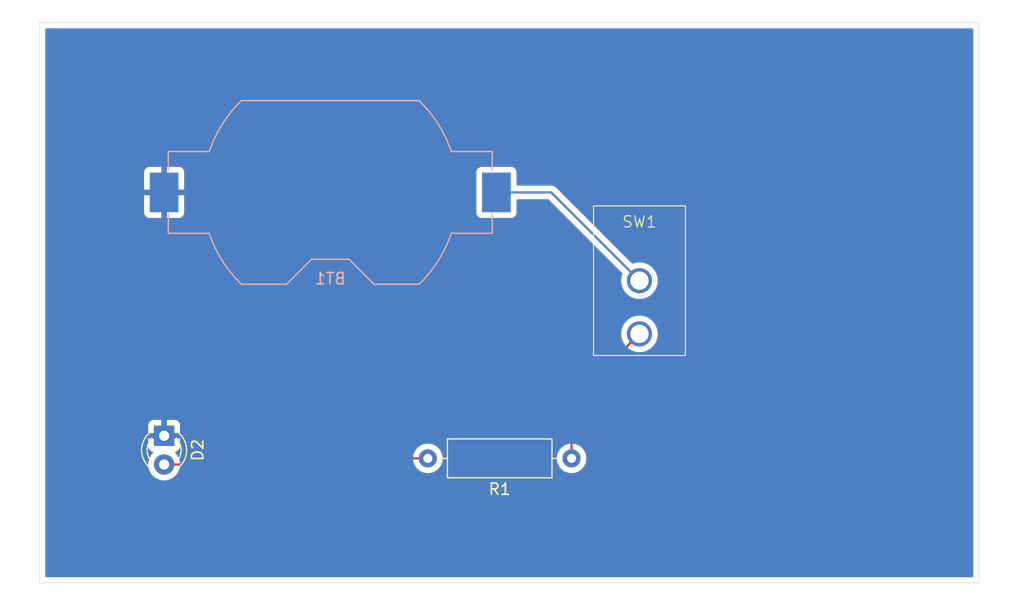
<source format=kicad_pcb>
(kicad_pcb (version 20241229) (generator "pcbnew") (generator_version "9.0")
  (title_block (title "Beginning Project KiCad") (date "2026-01-17") (rev "0"))
  (layers (0 "F.Cu" signal) (2 "B.Cu" signal) (13 "F.Paste" user) (15 "B.Paste" user) (5 "F.SilkS" user "F.Silkscreen") (7 "B.SilkS" user "B.Silkscreen") (1 "F.Mask" user) (3 "B.Mask" user) (25 "Edge.Cuts" user))
  (net 0 "")
  (net 1 "VCC")
  (net 2 "GND")
  (net 3 "/led")
  (net 4 "Net-(BT1-+)")
  (footprint "Library:Switch_Toggle_SPST_NKK_M2011S3A1x03" (layer "F.Cu") (at 166 82.6)
    (property "Reference" "SW1" (at 0 -0.5 0) (layer "F.SilkS") (effects (font (thickness 0.1))))
    (property "Value" "M2011S3A1W03")
    (fp_rect (start -4.06 -1.91) (end 4.06 11.31) (stroke (width 0.1)) (fill no) (layer "F.SilkS"))
    (pad "2" thru_hole circle (at 0 4.7) (size 2.22 2.22) (drill 1.62) (layers "*.Cu" "*.Mask") (net 4 "Net-(BT1-+)"))
    (pad "3" thru_hole circle (at 0 9.4) (size 2.22 2.22) (drill 1.62) (layers "*.Cu" "*.Mask") (net 1 "VCC"))
  )
  (footprint "Resistor_THT:R_Axial_DIN0309_L9.0mm_D3.2mm_P12.70mm_Horizontal" (layer "F.Cu") (at 160 103 180)
    (property "Reference" "R1" (at 6.35 -2.72 0) (layer "F.SilkS"))
    (property "Value" "R_Small_US")
    (fp_line (start 11.66 0) (end 10.97 0) (stroke (width 0.12)) (layer "F.SilkS"))
    (fp_line (start 1.04 0) (end 1.73 0) (stroke (width 0.12)) (layer "F.SilkS"))
    (fp_rect (start 1.73 -1.72) (end 10.97 1.72) (stroke (width 0.12)) (fill no) (layer "F.SilkS"))
    (pad "1" thru_hole circle (at 0 0 180) (size 1.6 1.6) (drill 0.8) (layers "*.Cu" "*.Mask") (net 1 "VCC"))
    (pad "2" thru_hole circle (at 12.7 0 180) (size 1.6 1.6) (drill 0.8) (layers "*.Cu" "*.Mask") (net 3 "/led"))
  )
  (footprint "LED_THT:LED_D3.0mm" (layer "F.Cu") (at 124 101 -90)
    (property "Reference" "D2" (at 1.27 -2.96 90) (layer "F.SilkS"))
    (property "Value" "LED")
    (fp_line (start -0.29 1.08) (end -0.29 1.236) (stroke (width 0.12)) (layer "F.SilkS"))
    (fp_line (start -0.29 -1.236) (end -0.29 -1.08) (stroke (width 0.12)) (layer "F.SilkS"))
    (fp_arc (start 2.310961 1.08) (mid 1.27 1.5) (end 0.229039 1.08) (stroke (width 0.12)) (layer "F.SilkS"))
    (fp_arc (start 2.941437 1.08) (mid 1.36566 1.987699) (end -0.29 1.235516) (stroke (width 0.12)) (layer "F.SilkS"))
    (fp_arc (start 0.229039 -1.08) (mid 1.27 -1.5) (end 2.310961 -1.08) (stroke (width 0.12)) (layer "F.SilkS"))
    (fp_arc (start -0.29 -1.235516) (mid 1.36566 -1.987699) (end 2.941437 -1.08) (stroke (width 0.12)) (layer "F.SilkS"))
    (pad "1" thru_hole rect (at 0 0 270) (size 1.8 1.8) (drill 0.9) (layers "*.Cu" "*.Mask") (net 2 "GND"))
    (pad "2" thru_hole circle (at 2.54 0 270) (size 1.8 1.8) (drill 0.9) (layers "*.Cu" "*.Mask") (net 3 "/led"))
  )
  (footprint "Battery:BatteryHolder_Keystone_1058_1x2032" (layer "B.Cu") (at 138.68 79.5 180)
    (property "Reference" "BT1" (at 0 -7.62 0) (layer "B.SilkS") (effects (justify mirror)))
    (property "Value" "Battery_Cell")
    (fp_line (start 14.31 1.9) (end 14.31 3.61) (stroke (width 0.12)) (layer "B.SilkS"))
    (fp_line (start 14.31 -1.9) (end 14.31 -3.61) (stroke (width 0.12)) (layer "B.SilkS"))
    (fp_line (start 14.31 -3.61) (end 10.692 -3.61) (stroke (width 0.12)) (layer "B.SilkS"))
    (fp_line (start 10.692 3.61) (end 14.31 3.61) (stroke (width 0.12)) (layer "B.SilkS"))
    (fp_line (start 7.8473 -8.11) (end 3.86 -8.11) (stroke (width 0.12)) (layer "B.SilkS"))
    (fp_line (start 1.66 -5.91) (end 3.86 -8.11) (stroke (width 0.12)) (layer "B.SilkS"))
    (fp_line (start 1.66 -5.91) (end -1.66 -5.91) (stroke (width 0.12)) (layer "B.SilkS"))
    (fp_line (start -1.66 -5.91) (end -3.86 -8.11) (stroke (width 0.12)) (layer "B.SilkS"))
    (fp_line (start -3.86 -8.11) (end -7.8473 -8.11) (stroke (width 0.12)) (layer "B.SilkS"))
    (fp_line (start -7.8473 8.11) (end 7.8473 8.11) (stroke (width 0.12)) (layer "B.SilkS"))
    (fp_line (start -10.692 -3.61) (end -14.31 -3.61) (stroke (width 0.12)) (layer "B.SilkS"))
    (fp_line (start -14.31 3.61) (end -10.692 3.61) (stroke (width 0.12)) (layer "B.SilkS"))
    (fp_line (start -14.31 1.9) (end -14.31 3.61) (stroke (width 0.12)) (layer "B.SilkS"))
    (fp_line (start -14.31 -1.9) (end -14.31 -3.61) (stroke (width 0.12)) (layer "B.SilkS"))
    (fp_arc (start 10.692 3.61) (mid 9.538084 6.031244) (end 7.845371 8.111789) (stroke (width 0.12)) (layer "B.SilkS"))
    (fp_arc (start 7.845371 -8.111789) (mid 9.538084 -6.031244) (end 10.692 -3.61) (stroke (width 0.12)) (layer "B.SilkS"))
    (fp_arc (start -7.845371 8.111789) (mid -9.538084 6.031244) (end -10.692 3.61) (stroke (width 0.12)) (layer "B.SilkS"))
    (fp_arc (start -10.692 -3.61) (mid -9.538085 -6.031245) (end -7.845371 -8.111789) (stroke (width 0.12)) (layer "B.SilkS"))
    (pad "1" smd rect (at -14.68 0 180) (size 2.54 3.51) (layers "B.Cu" "B.Mask" "B.Paste") (net 4 "Net-(BT1-+)"))
    (pad "2" smd rect (at 14.68 0 180) (size 2.54 3.51) (layers "B.Cu" "B.Mask" "B.Paste") (net 2 "GND"))
  )
  (gr_rect (start 113 64.5) (end 196 114) (stroke (width 0.05)) (fill no) (layer "Edge.Cuts"))
  (segment (start 160 98) (end 166 92) (width 0.2) (layer "F.Cu") (net 1))
  (segment (start 160 103) (end 160 98) (width 0.2) (layer "F.Cu") (net 1))
  (segment (start 124 79.5) (end 124 101) (width 0.2) (layer "B.Cu") (net 2))
  (segment (start 124 103.54) (end 141.26 103.54) (width 0.2) (layer "F.Cu") (net 3))
  (segment (start 141.8 103) (end 147.3 103) (width 0.2) (layer "F.Cu") (net 3))
  (segment (start 141.26 103.54) (end 141.8 103) (width 0.2) (layer "F.Cu") (net 3))
  (segment (start 153.36 79.5) (end 158.2 79.5) (width 0.2) (layer "B.Cu") (net 4))
  (segment (start 158.2 79.5) (end 166 87.3) (width 0.2) (layer "B.Cu") (net 4))
  (zone (net 2) (net_name "GND") (layer "B.Cu") (connect_pads (clearance 0.5)) (min_thickness 0.25) (fill yes (thermal_gap 0.5) (thermal_bridge_width 0.5))
    (polygon (pts (xy 109.5 62.5) (xy 199.5 62.5) (xy 200 115) (xy 110 115)))
  )
)
</source>
